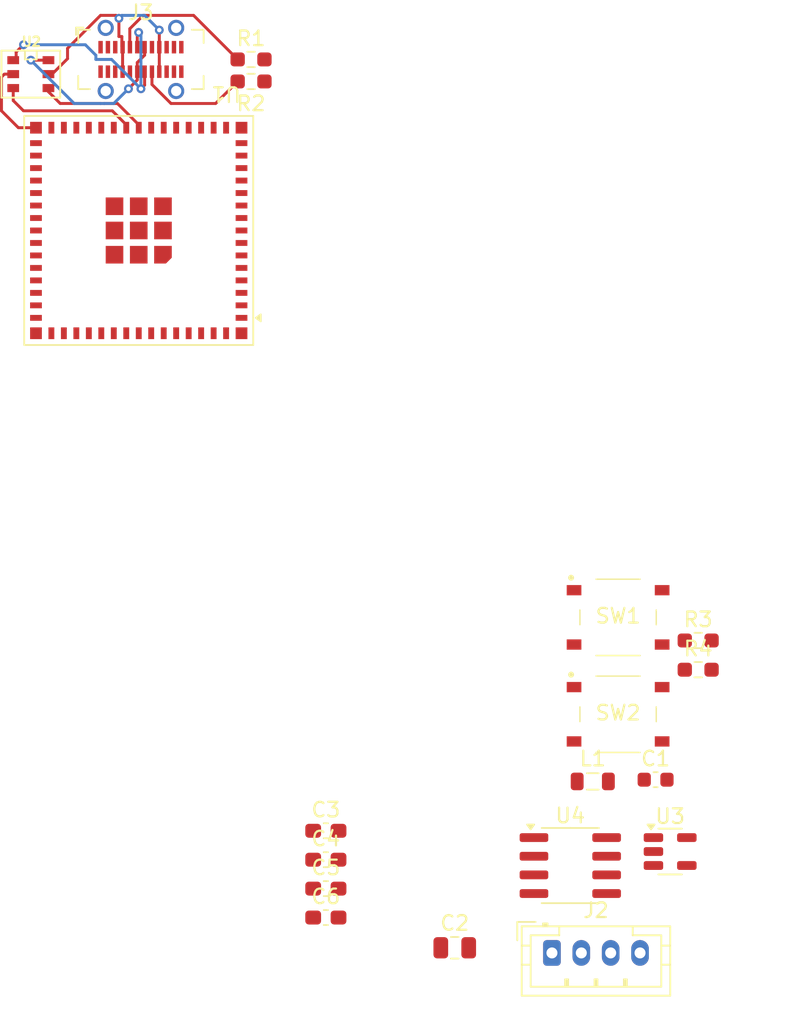
<source format=kicad_pcb>
(kicad_pcb (version 20241229) (generator "pcbnew") (generator_version "9.0")
  (layers (0 "F.Cu" signal) (2 "B.Cu" signal) (13 "F.Paste" user) (15 "B.Paste" user) (5 "F.SilkS" user "F.Silkscreen") (7 "B.SilkS" user "B.Silkscreen") (1 "F.Mask" user) (3 "B.Mask" user) (25 "Edge.Cuts" user))
  (net 0 "")
  (net 7 "14")
  (net 8 "15")
  (net 11 "1")
  (net 13 "2")
  (net 16 "8")
  (net 19 "4")
  (net 20 "5")
  (net 23 "7")
  (net 27 "6")
  (net 28 "GND")
  (net 29 "VCC_5V")
  (net 30 "VCC_3.3V")
  (net 31 "D+")
  (net 32 "D-")
  (net 33 "Net-(U3-SW)")
  (net 34 "BTN_RST")
  (net 35 "BTN_BOOT")
  (net 36 "9")
  (net 38 "3")
  (net 39 "CS")
  (net 40 "MOSI")
  (net 41 "MISO")
  (net 42 "SCK")
  (net 43 "RXD1")
  (net 44 "TXD1")
  (net 45 "DMX+")
  (net 46 "DMX-")
  (net 48 "Net-(J3-CC2)")
  (net 50 "Net-(J3-CC1)")
  (net 51 "Net-(J3-D+-PadA6)")
  (net 52 "Net-(J3-D--PadA7)")
  (footprint "Package_SO:SOIC-8_3.9x4.9mm_P1.27mm" (layer "F.Cu") (at 179.245 104.905)
    (property "Reference" "U4" (at 0 -3.4 0) (layer "F.SilkS"))
    (property "Value" "ST485E")
    (fp_line (start 0 -2.56) (end -1.95 -2.56) (stroke (width 0.12)) (layer "F.SilkS"))
    (fp_line (start 0 -2.56) (end 1.95 -2.56) (stroke (width 0.12)) (layer "F.SilkS"))
    (fp_line (start 0 2.56) (end -1.95 2.56) (stroke (width 0.12)) (layer "F.SilkS"))
    (fp_line (start 0 2.56) (end 1.95 2.56) (stroke (width 0.12)) (layer "F.SilkS"))
    (fp_poly (pts (xy -2.7 -2.465) (xy -2.94 -2.795) (xy -2.46 -2.795)) (stroke (width 0.12)) (fill yes) (layer "F.SilkS"))
    (pad "1" smd roundrect (at -2.475 -1.905) (size 1.95 0.6) (layers "F.Cu" "F.Mask" "F.Paste") (net 11 "1"))
    (pad "2" smd roundrect (at -2.475 -0.635) (size 1.95 0.6) (layers "F.Cu" "F.Mask" "F.Paste") (net 13 "2"))
    (pad "3" smd roundrect (at -2.475 0.635) (size 1.95 0.6) (layers "F.Cu" "F.Mask" "F.Paste") (net 38 "3"))
    (pad "4" smd roundrect (at -2.475 1.905) (size 1.95 0.6) (layers "F.Cu" "F.Mask" "F.Paste") (net 19 "4"))
    (pad "5" smd roundrect (at 2.475 1.905) (size 1.95 0.6) (layers "F.Cu" "F.Mask" "F.Paste") (net 28 "GND"))
    (pad "6" smd roundrect (at 2.475 0.635) (size 1.95 0.6) (layers "F.Cu" "F.Mask" "F.Paste") (net 45 "DMX+"))
    (pad "7" smd roundrect (at 2.475 -0.635) (size 1.95 0.6) (layers "F.Cu" "F.Mask" "F.Paste") (net 46 "DMX-"))
    (pad "8" smd roundrect (at 2.475 -1.905) (size 1.95 0.6) (layers "F.Cu" "F.Mask" "F.Paste") (net 29 "VCC_5V"))
  )
  (footprint "Capacitor_SMD:C_0603_1608Metric_Pad1.08x0.95mm_HandSolder" (layer "F.Cu") (at 162.595 104.505)
    (property "Reference" "C4" (at 0 -1.43 0) (layer "F.SilkS"))
    (property "Value" "0u1F")
    (fp_line (start -0.146267 -0.51) (end 0.146267 -0.51) (stroke (width 0.12)) (layer "F.SilkS"))
    (fp_line (start -0.146267 0.51) (end 0.146267 0.51) (stroke (width 0.12)) (layer "F.SilkS"))
    (pad "1" smd roundrect (at -0.8625 0) (size 1.075 0.95) (layers "F.Cu" "F.Mask" "F.Paste") (net 35 "BTN_BOOT"))
    (pad "2" smd roundrect (at 0.8625 0) (size 1.075 0.95) (layers "F.Cu" "F.Mask" "F.Paste") (net 28 "GND"))
  )
  (footprint "Resistor_SMD:R_0603_1608Metric_Pad0.98x0.95mm_HandSolder" (layer "F.Cu") (at 187.955 91.565)
    (property "Reference" "R4" (at 0 -1.43 0) (layer "F.SilkS"))
    (property "Value" "10k")
    (fp_line (start -0.254724 -0.5225) (end 0.254724 -0.5225) (stroke (width 0.12)) (layer "F.SilkS"))
    (fp_line (start -0.254724 0.5225) (end 0.254724 0.5225) (stroke (width 0.12)) (layer "F.SilkS"))
    (pad "1" smd roundrect (at -0.9125 0) (size 0.975 0.95) (layers "F.Cu" "F.Mask" "F.Paste") (net 30 "VCC_3.3V"))
    (pad "2" smd roundrect (at 0.9125 0) (size 0.975 0.95) (layers "F.Cu" "F.Mask" "F.Paste") (net 35 "BTN_BOOT"))
  )
  (footprint "footprints:PTS526SM15SMTR2LFS" (layer "F.Cu") (at 182.5 88)
    (property "Reference" "SW1" (at 0 -0.1 0) (layer "F.SilkS"))
    (property "Value" "PTS526_SM15_SMTR2_LFS")
    (fp_line (start -2.6 -0.5) (end -2.6 0.5) (stroke (width 0.1)) (layer "F.SilkS"))
    (fp_line (start -1.5 -2.6) (end 1.5 -2.6) (stroke (width 0.1)) (layer "F.SilkS"))
    (fp_line (start -1.5 2.6) (end 1.5 2.6) (stroke (width 0.1)) (layer "F.SilkS"))
    (fp_line (start 2.6 -0.5) (end 2.6 0.5) (stroke (width 0.1)) (layer "F.SilkS"))
    (fp_arc (start -3.2 -2.8) (mid -3.1 -2.7) (end -3.2 -2.6) (stroke (width 0.2)) (layer "F.SilkS"))
    (fp_arc (start -3.2 -2.6) (mid -3.3 -2.7) (end -3.2 -2.8) (stroke (width 0.2)) (layer "F.SilkS"))
    (pad "1" smd rect (at -3 -1.85) (size 1 0.7) (layers "F.Cu" "F.Mask" "F.Paste") (net 28 "GND"))
    (pad "2" smd rect (at 3 -1.85) (size 1 0.7) (layers "F.Cu" "F.Mask" "F.Paste") (net 28 "GND"))
    (pad "3" smd rect (at -3 1.85) (size 1 0.7) (layers "F.Cu" "F.Mask" "F.Paste") (net 34 "BTN_RST"))
    (pad "4" smd rect (at 3 1.85) (size 1 0.7) (layers "F.Cu" "F.Mask" "F.Paste") (net 34 "BTN_RST"))
  )
  (footprint "Capacitor_SMD:C_0603_1608Metric_Pad1.08x0.95mm_HandSolder" (layer "F.Cu") (at 162.595 102.535)
    (property "Reference" "C3" (at 0 -1.43 0) (layer "F.SilkS"))
    (property "Value" "0u1F")
    (fp_line (start -0.146267 -0.51) (end 0.146267 -0.51) (stroke (width 0.12)) (layer "F.SilkS"))
    (fp_line (start -0.146267 0.51) (end 0.146267 0.51) (stroke (width 0.12)) (layer "F.SilkS"))
    (pad "1" smd roundrect (at -0.8625 0) (size 1.075 0.95) (layers "F.Cu" "F.Mask" "F.Paste") (net 34 "BTN_RST"))
    (pad "2" smd roundrect (at 0.8625 0) (size 1.075 0.95) (layers "F.Cu" "F.Mask" "F.Paste") (net 28 "GND"))
  )
  (footprint "Inductor_SMD:L_0805_2012Metric" (layer "F.Cu") (at 180.775 99.175)
    (property "Reference" "L1" (at 0 -1.55 0) (layer "F.SilkS"))
    (property "Value" "1uH")
    (fp_line (start -0.399622 -0.56) (end 0.399622 -0.56) (stroke (width 0.12)) (layer "F.SilkS"))
    (fp_line (start -0.399622 0.56) (end 0.399622 0.56) (stroke (width 0.12)) (layer "F.SilkS"))
    (pad "1" smd roundrect (at -1.0625 0) (size 0.875 1.2) (layers "F.Cu" "F.Mask" "F.Paste") (net 33 "Net-(U3-SW)"))
    (pad "2" smd roundrect (at 1.0625 0) (size 0.875 1.2) (layers "F.Cu" "F.Mask" "F.Paste") (net 30 "VCC_3.3V"))
  )
  (footprint "Capacitor_SMD:C_0603_1608Metric" (layer "F.Cu") (at 185.055 99.055)
    (property "Reference" "C1" (at 0 -1.43 0) (layer "F.SilkS"))
    (property "Value" "4.7uF")
    (fp_line (start -0.14058 -0.51) (end 0.14058 -0.51) (stroke (width 0.12)) (layer "F.SilkS"))
    (fp_line (start -0.14058 0.51) (end 0.14058 0.51) (stroke (width 0.12)) (layer "F.SilkS"))
    (pad "1" smd roundrect (at -0.775 0) (size 0.9 0.95) (layers "F.Cu" "F.Mask" "F.Paste") (net 29 "VCC_5V"))
    (pad "2" smd roundrect (at 0.775 0) (size 0.9 0.95) (layers "F.Cu" "F.Mask" "F.Paste") (net 28 "GND"))
  )
  (footprint "footprints:IP4234CZ6_SOT-457-6" (layer "F.Cu") (at 142.5 51)
    (property "Reference" "U2" (at 0.032 -2.2064 0) (layer "F.SilkS") (effects (font (size 0.64 0.64))))
    (property "Value" "IP4234CZ6" (hide yes))
    (fp_line (start -2 -1.6) (end -0.4 -1.6) (stroke (width 0.127)) (layer "F.SilkS"))
    (fp_line (start -2 1.6) (end -2 -1.6) (stroke (width 0.127)) (layer "F.SilkS"))
    (fp_line (start -0.4 -1.6) (end -0.4 -1) (stroke (width 0.127)) (layer "F.SilkS"))
    (fp_line (start -0.4 -1.6) (end 0.4 -1.6) (stroke (width 0.127)) (layer "F.SilkS"))
    (fp_line (start -0.4 -1) (end 0.4 -1) (stroke (width 0.127)) (layer "F.SilkS"))
    (fp_line (start 0.4 -1.6) (end 2 -1.6) (stroke (width 0.127)) (layer "F.SilkS"))
    (fp_line (start 0.4 -1) (end 0.4 -1.6) (stroke (width 0.127)) (layer "F.SilkS"))
    (fp_line (start 2 -1.6) (end 2 1.6) (stroke (width 0.127)) (layer "F.SilkS"))
    (fp_line (start 2 1.6) (end -2 1.6) (stroke (width 0.127)) (layer "F.SilkS"))
    (pad "1" smd rect (at -1.2 -0.95) (size 0.8 0.55) (layers "F.Cu" "F.Mask" "F.Paste") (net 51 "Net-(J3-D+-PadA6)"))
    (pad "2" smd rect (at -1.2 0) (size 0.8 0.55) (layers "F.Cu" "F.Mask" "F.Paste") (net 28 "GND"))
    (pad "3" smd rect (at -1.2 0.95) (size 0.8 0.55) (layers "F.Cu" "F.Mask" "F.Paste") (net 31 "D+"))
    (pad "4" smd rect (at 1.2 0.95) (size 0.8 0.55) (layers "F.Cu" "F.Mask" "F.Paste") (net 32 "D-"))
    (pad "5" smd rect (at 1.2 0) (size 0.8 0.55) (layers "F.Cu" "F.Mask" "F.Paste") (net 29 "VCC_5V"))
    (pad "6" smd rect (at 1.2 -0.95) (size 0.8 0.55) (layers "F.Cu" "F.Mask" "F.Paste") (net 52 "Net-(J3-D--PadA7)"))
  )
  (footprint "Resistor_SMD:R_0603_1608Metric_Pad0.98x0.95mm_HandSolder" (layer "F.Cu") (at 157.5 51.5)
    (property "Reference" "R2" (at 0 1.5 0) (layer "F.SilkS"))
    (property "Value" "5k1")
    (fp_line (start -0.254724 -0.5225) (end 0.254724 -0.5225) (stroke (width 0.12)) (layer "F.SilkS"))
    (fp_line (start -0.254724 0.5225) (end 0.254724 0.5225) (stroke (width 0.12)) (layer "F.SilkS"))
    (pad "1" smd roundrect (at -0.9125 0) (size 0.975 0.95) (layers "F.Cu" "F.Mask" "F.Paste") (net 48 "Net-(J3-CC2)"))
    (pad "2" smd roundrect (at 0.9125 0) (size 0.975 0.95) (layers "F.Cu" "F.Mask" "F.Paste") (net 28 "GND"))
  )
  (footprint "footprints:PTS526SM15SMTR2LFS" (layer "F.Cu") (at 182.5 94.6)
    (property "Reference" "SW2" (at 0 -0.1 0) (layer "F.SilkS"))
    (property "Value" "PTS526_SM15_SMTR2_LFS")
    (fp_line (start -2.6 -0.5) (end -2.6 0.5) (stroke (width 0.1)) (layer "F.SilkS"))
    (fp_line (start -1.5 -2.6) (end 1.5 -2.6) (stroke (width 0.1)) (layer "F.SilkS"))
    (fp_line (start -1.5 2.6) (end 1.5 2.6) (stroke (width 0.1)) (layer "F.SilkS"))
    (fp_line (start 2.6 -0.5) (end 2.6 0.5) (stroke (width 0.1)) (layer "F.SilkS"))
    (fp_arc (start -3.2 -2.8) (mid -3.1 -2.7) (end -3.2 -2.6) (stroke (width 0.2)) (layer "F.SilkS"))
    (fp_arc (start -3.2 -2.6) (mid -3.3 -2.7) (end -3.2 -2.8) (stroke (width 0.2)) (layer "F.SilkS"))
    (pad "1" smd rect (at -3 -1.85) (size 1 0.7) (layers "F.Cu" "F.Mask" "F.Paste") (net 28 "GND"))
    (pad "2" smd rect (at 3 -1.85) (size 1 0.7) (layers "F.Cu" "F.Mask" "F.Paste") (net 28 "GND"))
    (pad "3" smd rect (at -3 1.85) (size 1 0.7) (layers "F.Cu" "F.Mask" "F.Paste") (net 35 "BTN_BOOT"))
    (pad "4" smd rect (at 3 1.85) (size 1 0.7) (layers "F.Cu" "F.Mask" "F.Paste") (net 35 "BTN_BOOT"))
  )
  (footprint "Package_TO_SOT_SMD:TSOT-23-5" (layer "F.Cu") (at 186.045 103.95)
    (property "Reference" "U3" (at 0 -2.4 0) (layer "F.SilkS"))
    (property "Value" "ADP2108AUJ-3.3")
    (fp_line (start 0 -1.56) (end -0.8 -1.56) (stroke (width 0.12)) (layer "F.SilkS"))
    (fp_line (start 0 -1.56) (end 0.8 -1.56) (stroke (width 0.12)) (layer "F.SilkS"))
    (fp_line (start 0 1.56) (end -0.8 1.56) (stroke (width 0.12)) (layer "F.SilkS"))
    (fp_line (start 0 1.56) (end 0.8 1.56) (stroke (width 0.12)) (layer "F.SilkS"))
    (fp_poly (pts (xy -1.3 -1.51) (xy -1.54 -1.84) (xy -1.06 -1.84)) (stroke (width 0.12)) (fill yes) (layer "F.SilkS"))
    (pad "1" smd roundrect (at -1.1375 -0.95) (size 1.325 0.6) (layers "F.Cu" "F.Mask" "F.Paste") (net 29 "VCC_5V"))
    (pad "2" smd roundrect (at -1.1375 0) (size 1.325 0.6) (layers "F.Cu" "F.Mask" "F.Paste") (net 28 "GND"))
    (pad "3" smd roundrect (at -1.1375 0.95) (size 1.325 0.6) (layers "F.Cu" "F.Mask" "F.Paste") (net 29 "VCC_5V"))
    (pad "4" smd roundrect (at 1.1375 0.95) (size 1.325 0.6) (layers "F.Cu" "F.Mask" "F.Paste") (net 30 "VCC_3.3V"))
    (pad "5" smd roundrect (at 1.1375 -0.95) (size 1.325 0.6) (layers "F.Cu" "F.Mask" "F.Paste") (net 33 "Net-(U3-SW)"))
  )
  (footprint "Resistor_SMD:R_0603_1608Metric_Pad0.98x0.95mm_HandSolder" (layer "F.Cu") (at 187.955 89.575)
    (property "Reference" "R3" (at 0 -1.43 0) (layer "F.SilkS"))
    (property "Value" "10k")
    (fp_line (start -0.254724 -0.5225) (end 0.254724 -0.5225) (stroke (width 0.12)) (layer "F.SilkS"))
    (fp_line (start -0.254724 0.5225) (end 0.254724 0.5225) (stroke (width 0.12)) (layer "F.SilkS"))
    (pad "1" smd roundrect (at -0.9125 0) (size 0.975 0.95) (layers "F.Cu" "F.Mask" "F.Paste") (net 30 "VCC_3.3V"))
    (pad "2" smd roundrect (at 0.9125 0) (size 0.975 0.95) (layers "F.Cu" "F.Mask" "F.Paste") (net 34 "BTN_RST"))
  )
  (footprint "Capacitor_SMD:C_0805_2012Metric" (layer "F.Cu") (at 171.375 110.505)
    (property "Reference" "C2" (at 0 -1.68 0) (layer "F.SilkS"))
    (property "Value" "10uF")
    (fp_line (start -0.261252 -0.735) (end 0.261252 -0.735) (stroke (width 0.12)) (layer "F.SilkS"))
    (fp_line (start -0.261252 0.735) (end 0.261252 0.735) (stroke (width 0.12)) (layer "F.SilkS"))
    (pad "1" smd roundrect (at -0.95 0) (size 1 1.45) (layers "F.Cu" "F.Mask" "F.Paste") (net 30 "VCC_3.3V"))
    (pad "2" smd roundrect (at 0.95 0) (size 1 1.45) (layers "F.Cu" "F.Mask" "F.Paste") (net 28 "GND"))
  )
  (footprint "Capacitor_SMD:C_0603_1608Metric_Pad1.08x0.95mm_HandSolder" (layer "F.Cu") (at 162.595 106.475)
    (property "Reference" "C5" (at 0 -1.43 0) (layer "F.SilkS"))
    (property "Value" "0u1F")
    (fp_line (start -0.146267 -0.51) (end 0.146267 -0.51) (stroke (width 0.12)) (layer "F.SilkS"))
    (fp_line (start -0.146267 0.51) (end 0.146267 0.51) (stroke (width 0.12)) (layer "F.SilkS"))
    (pad "1" smd roundrect (at -0.8625 0) (size 1.075 0.95) (layers "F.Cu" "F.Mask" "F.Paste") (net 30 "VCC_3.3V"))
    (pad "2" smd roundrect (at 0.8625 0) (size 1.075 0.95) (layers "F.Cu" "F.Mask" "F.Paste") (net 28 "GND"))
  )
  (footprint "Resistor_SMD:R_0603_1608Metric_Pad0.98x0.95mm_HandSolder" (layer "F.Cu") (at 157.5 50)
    (property "Reference" "R1" (at 0 -1.43 0) (layer "F.SilkS"))
    (property "Value" "5k1")
    (fp_line (start -0.254724 -0.5225) (end 0.254724 -0.5225) (stroke (width 0.12)) (layer "F.SilkS"))
    (fp_line (start -0.254724 0.5225) (end 0.254724 0.5225) (stroke (width 0.12)) (layer "F.SilkS"))
    (pad "1" smd roundrect (at -0.9125 0) (size 0.975 0.95) (layers "F.Cu" "F.Mask" "F.Paste") (net 50 "Net-(J3-CC1)"))
    (pad "2" smd roundrect (at 0.9125 0) (size 0.975 0.95) (layers "F.Cu" "F.Mask" "F.Paste") (net 28 "GND"))
  )
  (footprint "RF_Module:ESP32-S2-MINI-1U" (layer "F.Cu") (at 149.85 61.65 180)
    (property "Reference" "U1" (at -5.95 9.3 180) (layer "F.SilkS"))
    (property "Value" "ESP32-S3-MINI-1U")
    (fp_line (start 7.8 7.8) (end -7.8 7.8) (stroke (width 0.12)) (layer "F.SilkS"))
    (fp_line (start 7.8 -7.8) (end 7.8 7.8) (stroke (width 0.12)) (layer "F.SilkS"))
    (fp_line (start -7.8 7.8) (end -7.8 -7.8) (stroke (width 0.12)) (layer "F.SilkS"))
    (fp_line (start -7.8 -7.8) (end 7.8 -7.8) (stroke (width 0.12)) (layer "F.SilkS"))
    (fp_poly (pts (xy -7.975 -5.95) (xy -8.311 -5.71) (xy -8.311 -6.19) (xy -7.975 -5.95)) (stroke (width 0.12)) (fill yes) (layer "F.SilkS"))
    (pad "1" smd rect (at -7 -5.95 180) (size 0.8 0.4) (layers "F.Cu" "F.Mask" "F.Paste") (net 28 "GND"))
    (pad "2" smd rect (at -7 -5.1 180) (size 0.8 0.4) (layers "F.Cu" "F.Mask" "F.Paste") (net 28 "GND"))
    (pad "3" smd rect (at -7 -4.25 180) (size 0.8 0.4) (layers "F.Cu" "F.Mask" "F.Paste") (net 30 "VCC_3.3V"))
    (pad "4" smd rect (at -7 -3.4 180) (size 0.8 0.4) (layers "F.Cu" "F.Mask" "F.Paste") (net 35 "BTN_BOOT"))
    (pad "5" smd rect (at -7 -2.55 180) (size 0.8 0.4) (layers "F.Cu" "F.Mask" "F.Paste") (net 11 "1"))
    (pad "6" smd rect (at -7 -1.7 180) (size 0.8 0.4) (layers "F.Cu" "F.Mask" "F.Paste") (net 13 "2"))
    (pad "7" smd rect (at -7 -0.85 180) (size 0.8 0.4) (layers "F.Cu" "F.Mask" "F.Paste") (net 38 "3"))
    (pad "8" smd rect (at -7 0 180) (size 0.8 0.4) (layers "F.Cu" "F.Mask" "F.Paste") (net 19 "4"))
    (pad "9" smd rect (at -7 0.85 180) (size 0.8 0.4) (layers "F.Cu" "F.Mask" "F.Paste") (net 20 "5"))
    (pad "10" smd rect (at -7 1.7 180) (size 0.8 0.4) (layers "F.Cu" "F.Mask" "F.Paste") (net 27 "6"))
    (pad "11" smd rect (at -7 2.55 180) (size 0.8 0.4) (layers "F.Cu" "F.Mask" "F.Paste") (net 23 "7"))
    (pad "12" smd rect (at -7 3.4 180) (size 0.8 0.4) (layers "F.Cu" "F.Mask" "F.Paste") (net 16 "8"))
    (pad "13" smd rect (at -7 4.25 180) (size 0.8 0.4) (layers "F.Cu" "F.Mask" "F.Paste") (net 36 "9"))
    (pad "14" smd rect (at -7 5.1 180) (size 0.8 0.4) (layers "F.Cu" "F.Mask" "F.Paste") (net 39 "CS"))
    (pad "15" smd rect (at -7 5.95 180) (size 0.8 0.4) (layers "F.Cu" "F.Mask" "F.Paste") (net 40 "MOSI"))
    (pad "16" smd rect (at -5.95 7 270) (size 0.8 0.4) (layers "F.Cu" "F.Mask" "F.Paste") (net 41 "MISO"))
    (pad "17" smd rect (at -5.1 7 270) (size 0.8 0.4) (layers "F.Cu" "F.Mask" "F.Paste") (net 42 "SCK"))
    (pad "18" smd rect (at -4.25 7 270) (size 0.8 0.4) (layers "F.Cu" "F.Mask" "F.Paste") (net 7 "14"))
    (pad "19" smd rect (at -3.4 7 270) (size 0.8 0.4) (layers "F.Cu" "F.Mask" "F.Paste") (net 8 "15"))
    (pad "20" smd rect (at -2.55 7 270) (size 0.8 0.4) (layers "F.Cu" "F.Mask" "F.Paste"))
    (pad "21" smd rect (at -1.7 7 270) (size 0.8 0.4) (layers "F.Cu" "F.Mask" "F.Paste") (net 44 "TXD1"))
    (pad "22" smd rect (at -0.85 7 270) (size 0.8 0.4) (layers "F.Cu" "F.Mask" "F.Paste") (net 43 "RXD1"))
    (pad "23" smd rect (at 0 7 270) (size 0.8 0.4) (layers "F.Cu" "F.Mask" "F.Paste") (net 32 "D-"))
    (pad "24" smd rect (at 0.85 7 270) (size 0.8 0.4) (layers "F.Cu" "F.Mask" "F.Paste") (net 31 "D+"))
    (pad "25" smd rect (at 1.7 7 270) (size 0.8 0.4) (layers "F.Cu" "F.Mask" "F.Paste"))
    (pad "26" smd rect (at 2.55 7 270) (size 0.8 0.4) (layers "F.Cu" "F.Mask" "F.Paste"))
    (pad "27" smd rect (at 3.4 7 270) (size 0.8 0.4) (layers "F.Cu" "F.Mask" "F.Paste"))
    (pad "28" smd rect (at 4.25 7 270) (size 0.8 0.4) (layers "F.Cu" "F.Mask" "F.Paste"))
    (pad "29" smd rect (at 5.1 7 270) (size 0.8 0.4) (layers "F.Cu" "F.Mask" "F.Paste"))
    (pad "30" smd rect (at 5.95 7 270) (size 0.8 0.4) (layers "F.Cu" "F.Mask" "F.Paste"))
    (pad "31" smd rect (at 7 5.95 180) (size 0.8 0.4) (layers "F.Cu" "F.Mask" "F.Paste"))
    (pad "32" smd rect (at 7 5.1 180) (size 0.8 0.4) (layers "F.Cu" "F.Mask" "F.Paste"))
    (pad "33" smd rect (at 7 4.25 180) (size 0.8 0.4) (layers "F.Cu" "F.Mask" "F.Paste"))
    (pad "34" smd rect (at 7 3.4 180) (size 0.8 0.4) (layers "F.Cu" "F.Mask" "F.Paste"))
    (pad "35" smd rect (at 7 2.55 180) (size 0.8 0.4) (layers "F.Cu" "F.Mask" "F.Paste"))
    (pad "36" smd rect (at 7 1.7 180) (size 0.8 0.4) (layers "F.Cu" "F.Mask" "F.Paste"))
    (pad "37" smd rect (at 7 0.85 180) (size 0.8 0.4) (layers "F.Cu" "F.Mask" "F.Paste"))
    (pad "38" smd rect (at 7 0 180) (size 0.8 0.4) (layers "F.Cu" "F.Mask" "F.Paste"))
    (pad "39" smd rect (at 7 -0.85 180) (size 0.8 0.4) (layers "F.Cu" "F.Mask" "F.Paste"))
    (pad "40" smd rect (at 7 -1.7 180) (size 0.8 0.4) (layers "F.Cu" "F.Mask" "F.Paste"))
    (pad "41" smd rect (at 7 -2.55 180) (size 0.8 0.4) (layers "F.Cu" "F.Mask" "F.Paste"))
    (pad "42" smd rect (at 7 -3.4 180) (size 0.8 0.4) (layers "F.Cu" "F.Mask" "F.Paste") (net 28 "GND"))
    (pad "43" smd rect (at 7 -4.25 180) (size 0.8 0.4) (layers "F.Cu" "F.Mask" "F.Paste") (net 28 "GND"))
    (pad "44" smd rect (at 7 -5.1 180) (size 0.8 0.4) (layers "F.Cu" "F.Mask" "F.Paste"))
    (pad "45" smd rect (at 7 -5.95 180) (size 0.8 0.4) (layers "F.Cu" "F.Mask" "F.Paste") (net 34 "BTN_RST"))
    (pad "46" smd rect (at 5.95 -7 270) (size 0.8 0.4) (layers "F.Cu" "F.Mask" "F.Paste") (net 28 "GND"))
    (pad "47" smd rect (at 5.1 -7 270) (size 0.8 0.4) (layers "F.Cu" "F.Mask" "F.Paste") (net 28 "GND"))
    (pad "48" smd rect (at 4.25 -7 270) (size 0.8 0.4) (layers "F.Cu" "F.Mask" "F.Paste") (net 28 "GND"))
    (pad "49" smd rect (at 3.4 -7 270) (size 0.8 0.4) (layers "F.Cu" "F.Mask" "F.Paste") (net 28 "GND"))
    (pad "50" smd rect (at 2.55 -7 270) (size 0.8 0.4) (layers "F.Cu" "F.Mask" "F.Paste") (net 28 "GND"))
    (pad "51" smd rect (at 1.7 -7 270) (size 0.8 0.4) (layers "F.Cu" "F.Mask" "F.Paste") (net 28 "GND"))
    (pad "52" smd rect (at 0.85 -7 270) (size 0.8 0.4) (layers "F.Cu" "F.Mask" "F.Paste") (net 28 "GND"))
    (pad "53" smd rect (at 0 -7 270) (size 0.8 0.4) (layers "F.Cu" "F.Mask" "F.Paste") (net 28 "GND"))
    (pad "54" smd rect (at -0.85 -7 270) (size 0.8 0.4) (layers "F.Cu" "F.Mask" "F.Paste") (net 28 "GND"))
    (pad "55" smd rect (at -1.7 -7 270) (size 0.8 0.4) (layers "F.Cu" "F.Mask" "F.Paste") (net 28 "GND"))
    (pad "56" smd rect (at -2.55 -7 270) (size 0.8 0.4) (layers "F.Cu" "F.Mask" "F.Paste") (net 28 "GND"))
    (pad "57" smd rect (at -3.4 -7 270) (size 0.8 0.4) (layers "F.Cu" "F.Mask" "F.Paste") (net 28 "GND"))
    (pad "58" smd rect (at -4.25 -7 270) (size 0.8 0.4) (layers "F.Cu" "F.Mask" "F.Paste") (net 28 "GND"))
    (pad "59" smd rect (at -5.1 -7 270) (size 0.8 0.4) (layers "F.Cu" "F.Mask" "F.Paste") (net 28 "GND"))
    (pad "60" smd rect (at -5.95 -7 270) (size 0.8 0.4) (layers "F.Cu" "F.Mask" "F.Paste") (net 28 "GND"))
    (pad "61" smd roundrect (at -1.65 -1.65 180) (size 1.2 1.2) (property pad_prop_heatsink) (layers "F.Cu" "F.Mask" "F.Paste") (roundrect_rratio 0) (chamfer_ratio 0.33) (chamfer top_left) (net 28 "GND"))
    (pad "61" smd rect (at -1.65 0 180) (size 1.2 1.2) (property pad_prop_heatsink) (layers "F.Cu" "F.Mask" "F.Paste") (net 28 "GND"))
    (pad "61" smd rect (at -1.65 1.65 180) (size 1.2 1.2) (property pad_prop_heatsink) (layers "F.Cu" "F.Mask" "F.Paste") (net 28 "GND"))
    (pad "61" smd rect (at 0 -1.65 180) (size 1.2 1.2) (property pad_prop_heatsink) (layers "F.Cu" "F.Mask" "F.Paste") (net 28 "GND"))
    (pad "61" smd rect (at 0 0 180) (size 1.2 1.2) (property pad_prop_heatsink) (layers "F.Cu" "F.Mask" "F.Paste") (net 28 "GND"))
    (pad "61" smd rect (at 0 1.65 180) (size 1.2 1.2) (property pad_prop_heatsink) (layers "F.Cu" "F.Mask" "F.Paste") (net 28 "GND"))
    (pad "61" smd rect (at 1.65 -1.65 180) (size 1.2 1.2) (property pad_prop_heatsink) (layers "F.Cu" "F.Mask" "F.Paste") (net 28 "GND"))
    (pad "61" smd rect (at 1.65 0 180) (size 1.2 1.2) (property pad_prop_heatsink) (layers "F.Cu" "F.Mask" "F.Paste") (net 28 "GND"))
    (pad "61" smd rect (at 1.65 1.65 180) (size 1.2 1.2) (property pad_prop_heatsink) (layers "F.Cu" "F.Mask" "F.Paste") (net 28 "GND"))
    (pad "62" smd rect (at -7 -7 180) (size 0.8 0.8) (layers "F.Cu" "F.Mask" "F.Paste") (net 28 "GND"))
    (pad "63" smd rect (at -7 7 180) (size 0.8 0.8) (layers "F.Cu" "F.Mask" "F.Paste") (net 28 "GND"))
    (pad "64" smd rect (at 7 7 180) (size 0.8 0.8) (layers "F.Cu" "F.Mask" "F.Paste") (net 28 "GND"))
    (pad "65" smd rect (at 7 -7 180) (size 0.8 0.8) (layers "F.Cu" "F.Mask" "F.Paste") (net 28 "GND"))
  )
  (footprint "Connector_USB:USB_C_Receptacle_GCT_USB4115-03-C" (layer "F.Cu") (at 150 50)
    (property "Reference" "J3" (at 0 -3.2 0) (layer "F.SilkS"))
    (property "Value" "USB_C_Receptacle")
    (fp_line (start -4.42 -2.17) (end -4.42 -1.67) (stroke (width 0.12)) (layer "F.SilkS"))
    (fp_line (start -4.42 -2.17) (end -3.92 -2.17) (stroke (width 0.12)) (layer "F.SilkS"))
    (fp_line (start -4.27 -2.02) (end -4.27 -1.12) (stroke (width 0.12)) (layer "F.SilkS"))
    (fp_line (start -4.27 -2.02) (end -3.47 -2.02) (stroke (width 0.12)) (layer "F.SilkS"))
    (fp_line (start -4.27 2.02) (end -4.27 1.12) (stroke (width 0.12)) (layer "F.SilkS"))
    (fp_line (start -4.27 2.02) (end -3.47 2.02) (stroke (width 0.12)) (layer "F.SilkS"))
    (fp_line (start 4.27 -2.02) (end 3.47 -2.02) (stroke (width 0.12)) (layer "F.SilkS"))
    (fp_line (start 4.27 -2.02) (end 4.27 -1.12) (stroke (width 0.12)) (layer "F.SilkS"))
    (fp_line (start 4.27 2.02) (end 3.47 2.02) (stroke (width 0.12)) (layer "F.SilkS"))
    (fp_line (start 4.27 2.02) (end 4.27 1.12) (stroke (width 0.12)) (layer "F.SilkS"))
    (pad "" np_thru_hole circle (at -3.75 0) (size 0.66 0.66) (drill 0.66) (layers "*.Cu" "*.Mask"))
    (pad "" np_thru_hole oval (at 3.75 0) (size 1 0.58) (drill oval 1 0.58) (layers "*.Cu" "*.Mask"))
    (pad "A1" smd rect (at -2.75 -0.835) (size 0.3 0.85) (layers "F.Cu" "F.Mask" "F.Paste") (net 28 "GND"))
    (pad "A2" smd rect (at -2.25 -0.835) (size 0.3 0.85) (layers "F.Cu" "F.Mask" "F.Paste"))
    (pad "A3" smd rect (at -1.75 -0.835) (size 0.3 0.85) (layers "F.Cu" "F.Mask" "F.Paste"))
    (pad "A4" smd rect (at -1.25 -0.835) (size 0.3 0.85) (layers "F.Cu" "F.Mask" "F.Paste") (net 29 "VCC_5V"))
    (pad "A5" smd rect (at -0.75 -0.835) (size 0.3 0.85) (layers "F.Cu" "F.Mask" "F.Paste") (net 50 "Net-(J3-CC1)"))
    (pad "A6" smd rect (at -0.25 -0.835) (size 0.3 0.85) (layers "F.Cu" "F.Mask" "F.Paste") (net 51 "Net-(J3-D+-PadA6)"))
    (pad "A7" smd rect (at 0.25 -0.835) (size 0.3 0.85) (layers "F.Cu" "F.Mask" "F.Paste") (net 52 "Net-(J3-D--PadA7)"))
    (pad "A8" smd rect (at 0.75 -0.835) (size 0.3 0.85) (layers "F.Cu" "F.Mask" "F.Paste"))
    (pad "A9" smd rect (at 1.25 -0.835) (size 0.3 0.85) (layers "F.Cu" "F.Mask" "F.Paste") (net 29 "VCC_5V"))
    (pad "A10" smd rect (at 1.75 -0.835) (size 0.3 0.85) (layers "F.Cu" "F.Mask" "F.Paste"))
    (pad "A11" smd rect (at 2.25 -0.835) (size 0.3 0.85) (layers "F.Cu" "F.Mask" "F.Paste"))
    (pad "A12" smd rect (at 2.75 -0.835) (size 0.3 0.85) (layers "F.Cu" "F.Mask" "F.Paste") (net 28 "GND"))
    (pad "B1" smd rect (at 2.75 0.835) (size 0.3 0.85) (layers "F.Cu" "F.Mask" "F.Paste") (net 28 "GND"))
    (pad "B2" smd rect (at 2.25 0.835) (size 0.3 0.85) (layers "F.Cu" "F.Mask" "F.Paste"))
    (pad "B3" smd rect (at 1.75 0.835) (size 0.3 0.85) (layers "F.Cu" "F.Mask" "F.Paste"))
    (pad "B4" smd rect (at 1.25 0.835) (size 0.3 0.85) (layers "F.Cu" "F.Mask" "F.Paste") (net 29 "VCC_5V"))
    (pad "B5" smd rect (at 0.75 0.835) (size 0.3 0.85) (layers "F.Cu" "F.Mask" "F.Paste") (net 48 "Net-(J3-CC2)"))
    (pad "B6" smd rect (at 0.25 0.835) (size 0.3 0.85) (layers "F.Cu" "F.Mask" "F.Paste") (net 51 "Net-(J3-D+-PadA6)"))
    (pad "B7" smd rect (at -0.25 0.835) (size 0.3 0.85) (layers "F.Cu" "F.Mask" "F.Paste") (net 52 "Net-(J3-D--PadA7)"))
    (pad "B8" smd rect (at -0.75 0.835) (size 0.3 0.85) (layers "F.Cu" "F.Mask" "F.Paste"))
    (pad "B9" smd rect (at -1.25 0.835) (size 0.3 0.85) (layers "F.Cu" "F.Mask" "F.Paste") (net 29 "VCC_5V"))
    (pad "B10" smd rect (at -1.75 0.835) (size 0.3 0.85) (layers "F.Cu" "F.Mask" "F.Paste"))
    (pad "B11" smd rect (at -2.25 0.835) (size 0.3 0.85) (layers "F.Cu" "F.Mask" "F.Paste"))
    (pad "B12" smd rect (at -2.75 0.835) (size 0.3 0.85) (layers "F.Cu" "F.Mask" "F.Paste") (net 28 "GND"))
    (pad "S1" thru_hole circle (at -2.4 -2.15) (size 1.1 1.1) (drill 0.7) (property pad_prop_heatsink) (layers "*.Cu" "*.Mask" "F.Paste") (net 28 "GND"))
    (pad "S1" thru_hole circle (at -2.4 2.15) (size 1.1 1.1) (drill 0.7) (property pad_prop_heatsink) (layers "*.Cu" "*.Mask" "F.Paste") (net 28 "GND"))
    (pad "S1" thru_hole circle (at 2.4 -2.15) (size 1.1 1.1) (drill 0.7) (property pad_prop_heatsink) (layers "*.Cu" "*.Mask" "F.Paste") (net 28 "GND"))
    (pad "S1" thru_hole circle (at 2.4 2.15) (size 1.1 1.1) (drill 0.7) (property pad_prop_heatsink) (layers "*.Cu" "*.Mask" "F.Paste") (net 28 "GND"))
  )
  (footprint "Capacitor_SMD:C_0603_1608Metric_Pad1.08x0.95mm_HandSolder" (layer "F.Cu") (at 162.595 108.445)
    (property "Reference" "C6" (at 0 -1.43 0) (layer "F.SilkS"))
    (property "Value" "0u1F")
    (fp_line (start -0.146267 -0.51) (end 0.146267 -0.51) (stroke (width 0.12)) (layer "F.SilkS"))
    (fp_line (start -0.146267 0.51) (end 0.146267 0.51) (stroke (width 0.12)) (layer "F.SilkS"))
    (pad "1" smd roundrect (at -0.8625 0) (size 1.075 0.95) (layers "F.Cu" "F.Mask" "F.Paste") (net 29 "VCC_5V"))
    (pad "2" smd roundrect (at 0.8625 0) (size 1.075 0.95) (layers "F.Cu" "F.Mask" "F.Paste") (net 28 "GND"))
  )
  (footprint "Connector_JST:JST_PH_B4B-PH-K_1x04_P2.00mm_Vertical" (layer "F.Cu") (at 177.995 110.855)
    (property "Reference" "J2" (at 3 -2.9 0) (layer "F.SilkS"))
    (property "Value" "Conn_01x04")
    (fp_line (start -2.36 -2.11) (end -2.36 -0.86) (stroke (width 0.12)) (layer "F.SilkS"))
    (fp_line (start -2.06 -1.81) (end -2.06 2.91) (stroke (width 0.12)) (layer "F.SilkS"))
    (fp_line (start -2.06 -0.5) (end -1.45 -0.5) (stroke (width 0.12)) (layer "F.SilkS"))
    (fp_line (start -2.06 0.8) (end -1.45 0.8) (stroke (width 0.12)) (layer "F.SilkS"))
    (fp_line (start -2.06 2.91) (end 8.06 2.91) (stroke (width 0.12)) (layer "F.SilkS"))
    (fp_line (start -1.45 -1.2) (end -1.45 2.3) (stroke (width 0.12)) (layer "F.SilkS"))
    (fp_line (start -1.45 2.3) (end 7.45 2.3) (stroke (width 0.12)) (layer "F.SilkS"))
    (fp_line (start -1.11 -2.11) (end -2.36 -2.11) (stroke (width 0.12)) (layer "F.SilkS"))
    (fp_line (start -0.6 -2.01) (end -0.6 -1.81) (stroke (width 0.12)) (layer "F.SilkS"))
    (fp_line (start -0.3 -2.01) (end -0.6 -2.01) (stroke (width 0.12)) (layer "F.SilkS"))
    (fp_line (start -0.3 -1.91) (end -0.6 -1.91) (stroke (width 0.12)) (layer "F.SilkS"))
    (fp_line (start -0.3 -1.81) (end -0.3 -2.01) (stroke (width 0.12)) (layer "F.SilkS"))
    (fp_line (start 0.5 -1.81) (end 0.5 -1.2) (stroke (width 0.12)) (layer "F.SilkS"))
    (fp_line (start 0.5 -1.2) (end -1.45 -1.2) (stroke (width 0.12)) (layer "F.SilkS"))
    (fp_line (start 0.9 1.8) (end 1.1 1.8) (stroke (width 0.12)) (layer "F.SilkS"))
    (fp_line (start 0.9 2.3) (end 0.9 1.8) (stroke (width 0.12)) (layer "F.SilkS"))
    (fp_line (start 1 2.3) (end 1 1.8) (stroke (width 0.12)) (layer "F.SilkS"))
    (fp_line (start 1.1 1.8) (end 1.1 2.3) (stroke (width 0.12)) (layer "F.SilkS"))
    (fp_line (start 2.9 1.8) (end 3.1 1.8) (stroke (width 0.12)) (layer "F.SilkS"))
    (fp_line (start 2.9 2.3) (end 2.9 1.8) (stroke (width 0.12)) (layer "F.SilkS"))
    (fp_line (start 3 2.3) (end 3 1.8) (stroke (width 0.12)) (layer "F.SilkS"))
    (fp_line (start 3.1 1.8) (end 3.1 2.3) (stroke (width 0.12)) (layer "F.SilkS"))
    (fp_line (start 4.9 1.8) (end 5.1 1.8) (stroke (width 0.12)) (layer "F.SilkS"))
    (fp_line (start 4.9 2.3) (end 4.9 1.8) (stroke (width 0.12)) (layer "F.SilkS"))
    (fp_line (start 5 2.3) (end 5 1.8) (stroke (width 0.12)) (layer "F.SilkS"))
    (fp_line (start 5.1 1.8) (end 5.1 2.3) (stroke (width 0.12)) (layer "F.SilkS"))
    (fp_line (start 5.5 -1.2) (end 5.5 -1.81) (stroke (width 0.12)) (layer "F.SilkS"))
    (fp_line (start 7.45 -1.2) (end 5.5 -1.2) (stroke (width 0.12)) (layer "F.SilkS"))
    (fp_line (start 7.45 2.3) (end 7.45 -1.2) (stroke (width 0.12)) (layer "F.SilkS"))
    (fp_line (start 8.06 -1.81) (end -2.06 -1.81) (stroke (width 0.12)) (layer "F.SilkS"))
    (fp_line (start 8.06 -0.5) (end 7.45 -0.5) (stroke (width 0.12)) (layer "F.SilkS"))
    (fp_line (start 8.06 0.8) (end 7.45 0.8) (stroke (width 0.12)) (layer "F.SilkS"))
    (fp_line (start 8.06 2.91) (end 8.06 -1.81) (stroke (width 0.12)) (layer "F.SilkS"))
    (pad "1" thru_hole roundrect (at 0 0) (size 1.2 1.75) (drill 0.75) (layers "*.Cu" "*.Mask") (roundrect_rratio 0.208333) (net 29 "VCC_5V"))
    (pad "2" thru_hole oval (at 2 0) (size 1.2 1.75) (drill 0.75) (layers "*.Cu" "*.Mask") (net 45 "DMX+"))
    (pad "3" thru_hole oval (at 4 0) (size 1.2 1.75) (drill 0.75) (layers "*.Cu" "*.Mask") (net 46 "DMX-"))
    (pad "4" thru_hole oval (at 6 0) (size 1.2 1.75) (drill 0.75) (layers "*.Cu" "*.Mask") (net 28 "GND"))
  )
  (segment (start 140.7 51) (end 141.3 51) (width 0.2) (layer "F.Cu") (net 28))
  (segment (start 142.85 54.65) (end 141.65 54.65) (width 0.2) (layer "F.Cu") (net 28))
  (segment (start 140.5 53.5) (end 140.5 51.2) (width 0.2) (layer "F.Cu") (net 28))
  (segment (start 141.65 54.65) (end 140.5 53.5) (width 0.2) (layer "F.Cu") (net 28))
  (segment (start 140.5 51.2) (end 140.7 51) (width 0.2) (layer "F.Cu") (net 28))
  (segment (start 151.25 49.165) (end 151.25 48) (width 0.2) (layer "F.Cu") (net 29))
  (segment (start 148.5 47.198) (end 148.301 46.999) (width 0.2) (layer "F.Cu") (net 29))
  (segment (start 148.5 47.198) (end 148.5 48.439) (width 0.2) (layer "F.Cu") (net 29))
  (segment (start 147.247504 46.999) (end 145 49.246504) (width 0.2) (layer "F.Cu") (net 29))
  (segment (start 148.301 46.999) (end 147.247504 46.999) (width 0.2) (layer "F.Cu") (net 29))
  (segment (start 145 49.246504) (end 145 49.951496) (width 0.2) (layer "F.Cu") (net 29))
  (segment (start 148.5 48.439) (end 148.701 48.439) (width 0.2) (layer "F.Cu") (net 29))
  (segment (start 148.701 49.116) (end 148.75 49.165) (width 0.2) (layer "F.Cu") (net 29))
  (segment (start 151.25 50.835) (end 151.25 49.165) (width 0.2) (layer "F.Cu") (net 29))
  (segment (start 148.75 49.165) (end 148.75 50.835) (width 0.2) (layer "F.Cu") (net 29))
  (segment (start 145 49.951496) (end 143.951496 51) (width 0.2) (layer "F.Cu") (net 29))
  (segment (start 148.701 48.439) (end 148.701 49.116) (width 0.2) (layer "F.Cu") (net 29))
  (via (at 151.25 48) (size 0.6) (drill 0.3) (layers "F.Cu" "B.Cu") (net 29))
  (via (at 148.5 47.198) (size 0.6) (drill 0.3) (layers "F.Cu" "B.Cu") (net 29))
  (segment (start 150.25 47) (end 151.25 48) (width 0.2) (layer "B.Cu") (net 29))
  (segment (start 148.5 47.198) (end 148.698 47) (width 0.2) (layer "B.Cu") (net 29))
  (segment (start 148.698 47) (end 150.25 47) (width 0.2) (layer "B.Cu") (net 29))
  (segment (start 142 53.5) (end 148.05 53.5) (width 0.2) (layer "F.Cu") (net 31))
  (segment (start 141.3 52.8) (end 142 53.5) (width 0.2) (layer "F.Cu") (net 31))
  (segment (start 141.3 51.95) (end 141.3 52.8) (width 0.2) (layer "F.Cu") (net 31))
  (segment (start 148.05 53.5) (end 149 54.45) (width 0.2) (layer "F.Cu") (net 31))
  (segment (start 149 54.45) (end 149 54.65) (width 0.2) (layer "F.Cu") (net 31))
  (segment (start 143.7 52.2) (end 144.5 53) (width 0.2) (layer "F.Cu") (net 32))
  (segment (start 143.7 51.95) (end 143.7 52.2) (width 0.2) (layer "F.Cu") (net 32))
  (segment (start 149.85 54.45) (end 149.85 54.65) (width 0.2) (layer "F.Cu") (net 32))
  (segment (start 148.4 53) (end 149.85 54.45) (width 0.2) (layer "F.Cu") (net 32))
  (segment (start 144.5 53) (end 148.4 53) (width 0.2) (layer "F.Cu") (net 32))
  (segment (start 150.75 51.703496) (end 150.75 50.835) (width 0.2) (layer "F.Cu") (net 48))
  (segment (start 156.5875 51.5) (end 155.0865 53.001) (width 0.2) (layer "F.Cu") (net 48))
  (segment (start 152.047504 53.001) (end 150.75 51.703496) (width 0.2) (layer "F.Cu") (net 48))
  (segment (start 155.0865 53.001) (end 152.047504 53.001) (width 0.2) (layer "F.Cu") (net 48))
  (segment (start 156.5875 50) (end 153.5875 47) (width 0.2) (layer "F.Cu") (net 50))
  (segment (start 150.15147 47) (end 149.241972 47.909498) (width 0.2) (layer "F.Cu") (net 50))
  (segment (start 149.241972 49.156972) (end 149.25 49.165) (width 0.2) (layer "F.Cu") (net 50))
  (segment (start 153.5875 47) (end 150.15147 47) (width 0.2) (layer "F.Cu") (net 50))
  (segment (start 149.241972 47.909498) (end 149.241972 49.156972) (width 0.2) (layer "F.Cu") (net 50))
  (segment (start 141.5 49.85) (end 141.3 50.05) (width 0.2) (layer "F.Cu") (net 51))
  (segment (start 141.5 49.5) (end 141.5 49.85) (width 0.2) (layer "F.Cu") (net 51))
  (segment (start 149.842972 48.158441) (end 149.841559 48.158441) (width 0.2) (layer "F.Cu") (net 51))
  (segment (start 142 49) (end 141.5 49.5) (width 0.2) (layer "F.Cu") (net 51))
  (segment (start 150.25 50.835) (end 150.25 51.75) (width 0.2) (layer "F.Cu") (net 51))
  (segment (start 149.841559 48.158441) (end 149.75 48.25) (width 0.2) (layer "F.Cu") (net 51))
  (segment (start 149.75 48.25) (end 149.75 49.165) (width 0.2) (layer "F.Cu") (net 51))
  (segment (start 150.25 51.75) (end 150 52) (width 0.2) (layer "F.Cu") (net 51))
  (via (at 150 52) (size 0.6) (drill 0.3) (layers "F.Cu" "B.Cu") (net 51))
  (via (at 149.842972 48.158441) (size 0.6) (drill 0.3) (layers "F.Cu" "B.Cu") (net 51))
  (via (at 142 49) (size 0.6) (drill 0.3) (layers "F.Cu" "B.Cu") (net 51))
  (segment (start 146.213079 49) (end 146.931 49.717921) (width 0.2) (layer "B.Cu") (net 51))
  (segment (start 146.931 49.717921) (end 146.931 50) (width 0.2) (layer "B.Cu") (net 51))
  (segment (start 148 50) (end 150 52) (width 0.2) (layer "B.Cu") (net 51))
  (segment (start 150 48.315469) (end 150 52) (width 0.2) (layer "B.Cu") (net 51))
  (segment (start 146.931 50) (end 148 50) (width 0.2) (layer "B.Cu") (net 51))
  (segment (start 142 49) (end 146.213079 49) (width 0.2) (layer "B.Cu") (net 51))
  (segment (start 149.842972 48.158441) (end 150 48.315469) (width 0.2) (layer "B.Cu") (net 51))
  (segment (start 149.75 51.400057) (end 149.75 50.835) (width 0.2) (layer "F.Cu") (net 52))
  (segment (start 150.25 49.71) (end 150.25 49.165) (width 0.2) (layer "F.Cu") (net 52))
  (segment (start 149.150763 51.999293) (end 149.75 51.400057) (width 0.2) (layer "F.Cu") (net 52))
  (segment (start 149.75 50.835) (end 149.75 50.21) (width 0.2) (layer "F.Cu") (net 52))
  (segment (start 149.75 50.21) (end 150.25 49.71) (width 0.2) (layer "F.Cu") (net 52))
  (segment (start 143.7 50.05) (end 142.5 50.05) (width 0.2) (layer "F.Cu") (net 52))
  (via (at 149.150763 51.999293) (size 0.6) (drill 0.3) (layers "F.Cu" "B.Cu") (net 52))
  (via (at 142.5 50.05) (size 0.6) (drill 0.3) (layers "F.Cu" "B.Cu") (net 52))
  (segment (start 147.246504 53) (end 145.45 53) (width 0.2) (layer "B.Cu") (net 52))
  (segment (start 147.5 53) (end 147.499 53.001) (width 0.2) (layer "B.Cu") (net 52))
  (segment (start 145.45 53) (end 142.5 50.05) (width 0.2) (layer "B.Cu") (net 52))
  (segment (start 149.150763 51.999293) (end 148.150057 53) (width 0.2) (layer "B.Cu") (net 52))
  (segment (start 147.247504 53.001) (end 147.246504 53) (width 0.2) (layer "B.Cu") (net 52))
  (segment (start 148.150057 53) (end 147.5 53) (width 0.2) (layer "B.Cu") (net 52))
  (segment (start 147.499 53.001) (end 147.247504 53.001) (width 0.2) (layer "B.Cu") (net 52))
)
</source>
